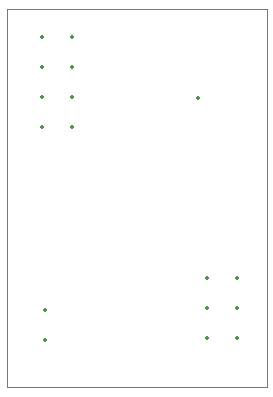
<source format=gko>
%TF.GenerationSoftware,KiCad,Pcbnew,9.0.2*%
%TF.CreationDate,2025-11-28T20:50:14+01:00*%
%TF.ProjectId,stacja_pogodowa,73746163-6a61-45f7-906f-676f646f7761,rev?*%
%TF.SameCoordinates,Original*%
%TF.FileFunction,Profile,NP*%
%FSLAX46Y46*%
G04 Gerber Fmt 4.6, Leading zero omitted, Abs format (unit mm)*
G04 Created by KiCad (PCBNEW 9.0.2) date 2025-11-28 20:50:14*
%MOMM*%
%LPD*%
G01*
G04 APERTURE LIST*
%TA.AperFunction,Profile*%
%ADD10C,0.050000*%
%TD*%
%ADD11C,0.350000*%
G04 APERTURE END LIST*
D10*
X69000000Y-20000000D02*
X91000000Y-20000000D01*
X91000000Y-52000000D01*
X69000000Y-52000000D01*
X69000000Y-20000000D01*
D11*
X72200000Y-45500000D03*
X72200000Y-48040000D03*
X85200000Y-27500000D03*
X71960000Y-22380000D03*
X74500000Y-22380000D03*
X71960000Y-24920000D03*
X74500000Y-24920000D03*
X71960000Y-27460000D03*
X74500000Y-27460000D03*
X71960000Y-30000000D03*
X74500000Y-30000000D03*
X85960000Y-42760000D03*
X88500000Y-42760000D03*
X85960000Y-45300000D03*
X88500000Y-45300000D03*
X85960000Y-47840000D03*
X88500000Y-47840000D03*
M02*

</source>
